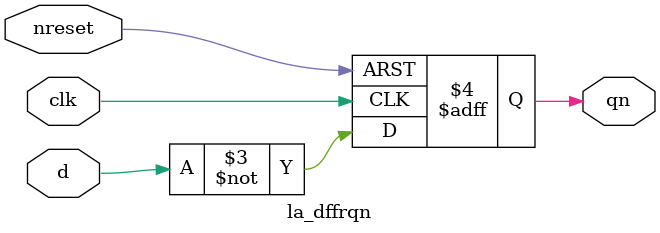
<source format=v>


module la_dffrqn #(
    parameter PROP = "DEFAULT"
) (
    input      d,
    input      clk,
    input      nreset,
    output reg qn
);

    always @(posedge clk or negedge nreset)
        if (!nreset) qn <= 1'b1;
        else qn <= ~d;

endmodule

</source>
